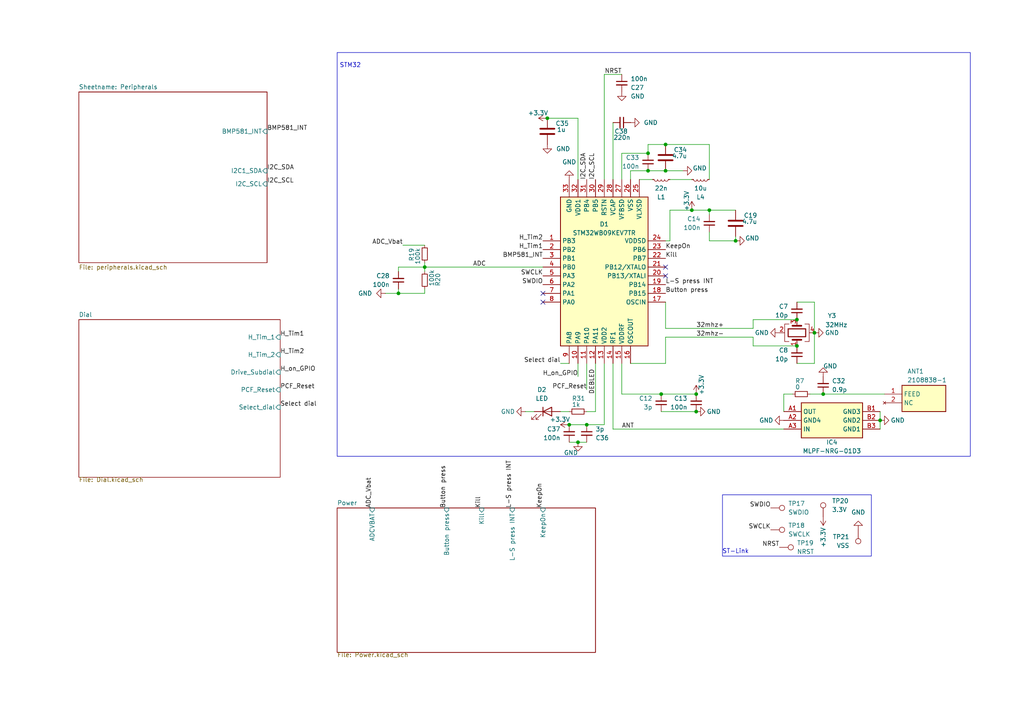
<source format=kicad_sch>
(kicad_sch (version 20250114) (generator "eeschema") (generator_version "9.0")
  (paper "A4")
  (lib_symbols
    (symbol "Connector:TestPoint" (pin_numbers (hide yes)) (pin_names (offset 0.762) (hide yes))
      (property "Reference" "TP" (at 0 6.858 0))
      (property "Value" "TestPoint" (at 0 5.08 0))
      (symbol "TestPoint_0_1"
        (circle (center 0 3.302) (radius 0.762))
      )
      (symbol "TestPoint_1_1"
        (pin passive line (at 0 0 90) (length 2.54) (name "1") (number "1"))
      )
    )
    (symbol "Device:C" (pin_numbers (hide yes)) (pin_names (offset 0.254))
      (property "Reference" "C" (at 0.635 2.54 0))
      (property "Value" "C" (at 0.635 -2.54 0))
      (symbol "C_0_1"
        (polyline (pts (xy -2.032 0.762) (xy 2.032 0.762)) (stroke (width 0.508)))
        (polyline (pts (xy -2.032 -0.762) (xy 2.032 -0.762)) (stroke (width 0.508)))
      )
      (symbol "C_1_1"
        (pin passive line (at 0 3.81 270) (length 2.794) (name "~") (number "1"))
        (pin passive line (at 0 -3.81 90) (length 2.794) (name "~") (number "2"))
      )
    )
    (symbol "Device:C_Small" (pin_numbers (hide yes)) (pin_names (offset 0.254) (hide yes))
      (property "Reference" "C" (at 0.254 1.778 0))
      (property "Value" "C_Small" (at 0.254 -2.032 0))
      (symbol "C_Small_0_1"
        (polyline (pts (xy -1.524 0.508) (xy 1.524 0.508)) (stroke (width 0.3048)))
        (polyline (pts (xy -1.524 -0.508) (xy 1.524 -0.508)) (stroke (width 0.3302)))
      )
      (symbol "C_Small_1_1"
        (pin passive line (at 0 2.54 270) (length 2.032) (name "~") (number "1"))
        (pin passive line (at 0 -2.54 90) (length 2.032) (name "~") (number "2"))
      )
    )
    (symbol "Device:Crystal_GND24" (pin_names (offset 1.016) (hide yes))
      (property "Reference" "Y" (at 3.175 5.08 0))
      (property "Value" "Crystal_GND24" (at 3.175 3.175 0))
      (symbol "Crystal_GND24_0_1"
        (polyline (pts (xy -2.54 2.286) (xy -2.54 3.556) (xy 2.54 3.556) (xy 2.54 2.286)))
        (polyline (pts (xy -2.54 0) (xy -2.032 0)))
        (polyline (pts (xy -2.54 -2.286) (xy -2.54 -3.556) (xy 2.54 -3.556) (xy 2.54 -2.286)))
        (polyline (pts (xy -2.032 -1.27) (xy -2.032 1.27)) (stroke (width 0.508)))
        (rectangle (start -1.143 2.54) (end 1.143 -2.54) (stroke (width 0.3048)))
        (polyline (pts (xy 0 3.556) (xy 0 3.81)))
        (polyline (pts (xy 0 -3.81) (xy 0 -3.556)))
        (polyline (pts (xy 2.032 0) (xy 2.54 0)))
        (polyline (pts (xy 2.032 -1.27) (xy 2.032 1.27)) (stroke (width 0.508)))
      )
      (symbol "Crystal_GND24_1_1"
        (pin passive line (at -3.81 0 0) (length 1.27) (name "1") (number "1"))
        (pin passive line (at 0 5.08 270) (length 1.27) (name "2") (number "2"))
        (pin passive line (at 0 -5.08 90) (length 1.27) (name "4") (number "4"))
        (pin passive line (at 3.81 0 180) (length 1.27) (name "3") (number "3"))
      )
    )
    (symbol "Device:LED" (pin_numbers (hide yes)) (pin_names (offset 1.016) (hide yes))
      (property "Reference" "D" (at 0 2.54 0))
      (property "Value" "LED" (at 0 -2.54 0))
      (symbol "LED_0_1"
        (polyline (pts (xy -3.048 -0.762) (xy -4.572 -2.286) (xy -3.81 -2.286) (xy -4.572 -2.286) (xy -4.572 -1.524)))
        (polyline (pts (xy -1.778 -0.762) (xy -3.302 -2.286) (xy -2.54 -2.286) (xy -3.302 -2.286) (xy -3.302 -1.524)))
        (polyline (pts (xy -1.27 0) (xy 1.27 0)))
        (polyline (pts (xy -1.27 -1.27) (xy -1.27 1.27)) (stroke (width 0.254)))
        (polyline (pts (xy 1.27 -1.27) (xy 1.27 1.27) (xy -1.27 0) (xy 1.27 -1.27)) (stroke (width 0.254)))
      )
      (symbol "LED_1_1"
        (pin passive line (at -3.81 0 0) (length 2.54) (name "K") (number "1"))
        (pin passive line (at 3.81 0 180) (length 2.54) (name "A") (number "2"))
      )
    )
    (symbol "Device:L_Small" (pin_numbers (hide yes)) (pin_names (offset 0.254) (hide yes))
      (property "Reference" "L" (at 0.762 1.016 0))
      (property "Value" "L_Small" (at 0.762 -1.016 0))
      (symbol "L_Small_0_1"
        (arc (start 0 2.032) (mid 0.5058 1.524) (end 0 1.016))
        (arc (start 0 1.016) (mid 0.5058 0.508) (end 0 0))
        (arc (start 0 0) (mid 0.5058 -0.508) (end 0 -1.016))
        (arc (start 0 -1.016) (mid 0.5058 -1.524) (end 0 -2.032))
      )
      (symbol "L_Small_1_1"
        (pin passive line (at 0 2.54 270) (length 0.508) (name "~") (number "1"))
        (pin passive line (at 0 -2.54 90) (length 0.508) (name "~") (number "2"))
      )
    )
    (symbol "Device:R_Small" (pin_numbers (hide yes)) (pin_names (offset 0.254) (hide yes))
      (property "Reference" "R" (at 0.762 0.508 0))
      (property "Value" "R_Small" (at 0.762 -1.016 0))
      (symbol "R_Small_0_1"
        (rectangle (start -0.762 1.778) (end 0.762 -1.778) (stroke (width 0.2032)))
      )
      (symbol "R_Small_1_1"
        (pin passive line (at 0 2.54 270) (length 0.762) (name "~") (number "1"))
        (pin passive line (at 0 -2.54 90) (length 0.762) (name "~") (number "2"))
      )
    )
    (symbol "SamacSys_Parts:2108838-1"
      (property "Reference" "ANT" (at 19.05 7.62 0))
      (property "Value" "2108838-1" (at 19.05 5.08 0))
      (symbol "2108838-1_1_1"
        (rectangle (start 5.08 2.54) (end 17.78 -5.08) (stroke (width 0.254)) (fill (type background)))
        (pin input line (at 0 0 0) (length 5.08) (name "FEED") (number "1"))
        (pin no_connect line (at 0 -2.54 0) (length 5.08) (name "NC") (number "2"))
      )
    )
    (symbol "SamacSys_Parts:MLPF-NRG-01D3"
      (property "Reference" "IC" (at 24.13 7.62 0))
      (property "Value" "MLPF-NRG-01D3" (at 24.13 5.08 0))
      (symbol "MLPF-NRG-01D3_1_1"
        (rectangle (start 5.08 2.54) (end 22.86 -7.62) (stroke (width 0.254)) (fill (type background)))
        (pin passive line (at 0 0 0) (length 5.08) (name "OUT") (number "A1"))
        (pin passive line (at 0 -2.54 0) (length 5.08) (name "GND4") (number "A2"))
        (pin passive line (at 0 -5.08 0) (length 5.08) (name "IN") (number "A3"))
        (pin passive line (at 27.94 0 180) (length 5.08) (name "GND3") (number "B1"))
        (pin passive line (at 27.94 -2.54 180) (length 5.08) (name "GND2") (number "B2"))
        (pin passive line (at 27.94 -5.08 180) (length 5.08) (name "GND1") (number "B3"))
      )
    )
    (symbol "SamacSys_Parts:STM32WB09KEV7TR"
      (property "Reference" "D" (at 31.75 17.78 0))
      (property "Value" "STM32WB09KEV7TR" (at 31.75 15.24 0))
      (symbol "STM32WB09KEV7TR_1_1"
        (rectangle (start 5.08 12.7) (end 30.48 -30.48) (stroke (width 0.254)) (fill (type background)))
        (pin passive line (at 0 0 0) (length 5.08) (name "PB3") (number "1"))
        (pin passive line (at 0 -2.54 0) (length 5.08) (name "PB2") (number "2"))
        (pin passive line (at 0 -5.08 0) (length 5.08) (name "PB1") (number "3"))
        (pin passive line (at 0 -7.62 0) (length 5.08) (name "PB0") (number "4"))
        (pin passive line (at 0 -10.16 0) (length 5.08) (name "PA3") (number "5"))
        (pin passive line (at 0 -12.7 0) (length 5.08) (name "PA2") (number "6"))
        (pin passive line (at 0 -15.24 0) (length 5.08) (name "PA1") (number "7"))
        (pin passive line (at 0 -17.78 0) (length 5.08) (name "PA0") (number "8"))
        (pin passive line (at 7.62 17.78 270) (length 5.08) (name "GND") (number "33"))
        (pin passive line (at 7.62 -35.56 90) (length 5.08) (name "PA8") (number "9"))
        (pin passive line (at 10.16 17.78 270) (length 5.08) (name "VDD1") (number "32"))
        (pin passive line (at 10.16 -35.56 90) (length 5.08) (name "PA9") (number "10"))
        (pin passive line (at 12.7 17.78 270) (length 5.08) (name "PB4") (number "31"))
        (pin passive line (at 12.7 -35.56 90) (length 5.08) (name "PA10") (number "11"))
        (pin passive line (at 15.24 17.78 270) (length 5.08) (name "PB5") (number "30"))
        (pin passive line (at 15.24 -35.56 90) (length 5.08) (name "PA11") (number "12"))
        (pin passive line (at 17.78 17.78 270) (length 5.08) (name "RSTN") (number "29"))
        (pin passive line (at 17.78 -35.56 90) (length 5.08) (name "VDD2") (number "13"))
        (pin passive line (at 20.32 17.78 270) (length 5.08) (name "VCAP") (number "28"))
        (pin passive line (at 20.32 -35.56 90) (length 5.08) (name "RF1") (number "14"))
        (pin passive line (at 22.86 17.78 270) (length 5.08) (name "VFBSD") (number "27"))
        (pin passive line (at 22.86 -35.56 90) (length 5.08) (name "VDDRF") (number "15"))
        (pin passive line (at 25.4 17.78 270) (length 5.08) (name "VSS") (number "26"))
        (pin passive line (at 25.4 -35.56 90) (length 5.08) (name "OSCOUT") (number "16"))
        (pin passive line (at 27.94 17.78 270) (length 5.08) (name "VLXSD") (number "25"))
        (pin passive line (at 35.56 0 180) (length 5.08) (name "VDDSD") (number "24"))
        (pin passive line (at 35.56 -2.54 180) (length 5.08) (name "PB6") (number "23"))
        (pin passive line (at 35.56 -5.08 180) (length 5.08) (name "PB7") (number "22"))
        (pin passive line (at 35.56 -7.62 180) (length 5.08) (name "PB12/XTALO") (number "21"))
        (pin passive line (at 35.56 -10.16 180) (length 5.08) (name "PB13/XTALI") (number "20"))
        (pin passive line (at 35.56 -12.7 180) (length 5.08) (name "PB14") (number "19"))
        (pin passive line (at 35.56 -15.24 180) (length 5.08) (name "PB15") (number "18"))
        (pin passive line (at 35.56 -17.78 180) (length 5.08) (name "OSCIN") (number "17"))
      )
    )
    (symbol "power:+3.3V" (power) (pin_numbers (hide yes)) (pin_names (offset 0) (hide yes))
      (property "Value" "+3.3V" (at 0 3.556 0))
      (symbol "+3.3V_0_1"
        (polyline (pts (xy -0.762 1.27) (xy 0 2.54)))
        (polyline (pts (xy 0 2.54) (xy 0.762 1.27)))
        (polyline (pts (xy 0 0) (xy 0 2.54)))
      )
      (symbol "+3.3V_1_1"
        (pin power_in line (at 0 0 90) (length 0) (name "~") (number "1"))
      )
    )
    (symbol "power:GND" (power) (pin_numbers (hide yes)) (pin_names (offset 0) (hide yes))
      (property "Value" "GND" (at 0 -3.81 0))
      (symbol "GND_0_1"
        (polyline (pts (xy 0 0) (xy 0 -1.27) (xy 1.27 -1.27) (xy 0 -2.54) (xy -1.27 -1.27) (xy 0 -1.27)))
      )
      (symbol "GND_1_1"
        (pin power_in line (at 0 0 270) (length 0) (name "~") (number "1"))
      )
    )
  )
  (rectangle (start 209.55 143.51) (end 252.73 161.29))
  (rectangle (start 97.79 15.2399) (end 281.432 132.334))
  (text "ST-Link" (at 213.36 160.02 0) (effects (font (size 1.27 1.27))))
  (text "STM32" (at 101.6 19.05 0) (effects (font (size 1.27 1.27))))
  (junction (at 158.75 34.29))
  (junction (at 165.1 123.19))
  (junction (at 193.04 49.53))
  (junction (at 201.93 114.3))
  (junction (at 231.14 100.33))
  (junction (at 123.19 77.47))
  (junction (at 236.22 96.52))
  (junction (at 187.96 49.53))
  (junction (at 238.76 114.3))
  (junction (at 255.27 121.92))
  (junction (at 231.14 92.71))
  (junction (at 187.96 44.45))
  (junction (at 115.57 85.09))
  (junction (at 193.04 41.91))
  (junction (at 213.36 69.85))
  (junction (at 205.74 60.96))
  (junction (at 191.77 114.3))
  (junction (at 200.66 60.96))
  (junction (at 167.64 128.27))
  (junction (at 170.18 123.19))
  (junction (at 201.93 119.38))
  (no_connect (at 157.48 87.63))
  (no_connect (at 193.04 80.01))
  (no_connect (at 193.04 77.47))
  (no_connect (at 157.48 85.09))
  (wire (pts (xy 194.31 60.96) (xy 200.66 60.96)))
  (wire (pts (xy 115.57 78.74) (xy 115.57 77.47)))
  (wire (pts (xy 123.19 71.12) (xy 116.84 71.12)))
  (wire (pts (xy 123.19 77.47) (xy 123.19 78.74)))
  (wire (pts (xy 180.34 105.41) (xy 180.34 114.3)))
  (wire (pts (xy 177.8 124.46) (xy 227.33 124.46)))
  (wire (pts (xy 236.22 105.41) (xy 236.22 96.52)))
  (wire (pts (xy 236.22 87.63) (xy 236.22 96.52)))
  (wire (pts (xy 218.44 95.25) (xy 218.44 92.71)))
  (wire (pts (xy 218.44 92.71) (xy 231.14 92.71)))
  (wire (pts (xy 187.96 49.53) (xy 182.88 49.53)))
  (wire (pts (xy 170.18 123.19) (xy 175.26 123.19)))
  (wire (pts (xy 189.23 52.07) (xy 185.42 52.07)))
  (wire (pts (xy 180.34 114.3) (xy 191.77 114.3)))
  (wire (pts (xy 172.72 119.38) (xy 170.18 119.38)))
  (wire (pts (xy 123.19 76.2) (xy 123.19 77.47)))
  (wire (pts (xy 123.19 85.09) (xy 115.57 85.09)))
  (wire (pts (xy 182.88 49.53) (xy 182.88 52.07)))
  (wire (pts (xy 227.33 114.3) (xy 229.87 114.3)))
  (wire (pts (xy 187.96 44.45) (xy 180.34 44.45)))
  (wire (pts (xy 205.74 60.96) (xy 213.36 60.96)))
  (wire (pts (xy 158.75 34.29) (xy 167.64 34.29)))
  (wire (pts (xy 152.4 119.38) (xy 154.94 119.38)))
  (wire (pts (xy 115.57 85.09) (xy 111.76 85.09)))
  (wire (pts (xy 191.77 114.3) (xy 201.93 114.3)))
  (wire (pts (xy 193.04 41.91) (xy 205.74 41.91)))
  (wire (pts (xy 193.04 69.85) (xy 194.31 69.85)))
  (wire (pts (xy 193.04 105.41) (xy 182.88 105.41)))
  (wire (pts (xy 205.74 60.96) (xy 200.66 60.96)))
  (wire (pts (xy 193.04 95.25) (xy 193.04 87.63)))
  (wire (pts (xy 194.31 52.07) (xy 200.66 52.07)))
  (wire (pts (xy 170.18 113.03) (xy 170.18 105.41)))
  (wire (pts (xy 165.1 123.19) (xy 170.18 123.19)))
  (wire (pts (xy 177.8 124.46) (xy 177.8 105.41)))
  (wire (pts (xy 180.34 44.45) (xy 180.34 52.07)))
  (wire (pts (xy 193.04 97.79) (xy 193.04 105.41)))
  (wire (pts (xy 187.96 41.91) (xy 193.04 41.91)))
  (wire (pts (xy 194.31 69.85) (xy 194.31 60.96)))
  (wire (pts (xy 205.74 62.23) (xy 205.74 60.96)))
  (wire (pts (xy 234.95 114.3) (xy 238.76 114.3)))
  (wire (pts (xy 115.57 83.82) (xy 115.57 85.09)))
  (wire (pts (xy 123.19 83.82) (xy 123.19 85.09)))
  (wire (pts (xy 227.33 119.38) (xy 227.33 114.3)))
  (wire (pts (xy 167.64 34.29) (xy 167.64 52.07)))
  (wire (pts (xy 193.04 49.53) (xy 198.12 49.53)))
  (wire (pts (xy 115.57 77.47) (xy 123.19 77.47)))
  (wire (pts (xy 255.27 121.92) (xy 255.27 124.46)))
  (wire (pts (xy 218.44 100.33) (xy 231.14 100.33)))
  (wire (pts (xy 205.74 41.91) (xy 205.74 52.07)))
  (wire (pts (xy 167.64 109.22) (xy 167.64 105.41)))
  (wire (pts (xy 172.72 105.41) (xy 172.72 119.38)))
  (wire (pts (xy 177.8 35.56) (xy 177.8 52.07)))
  (wire (pts (xy 213.36 68.58) (xy 213.36 69.85)))
  (wire (pts (xy 255.27 119.38) (xy 255.27 121.92)))
  (wire (pts (xy 187.96 49.53) (xy 193.04 49.53)))
  (wire (pts (xy 231.14 87.63) (xy 236.22 87.63)))
  (wire (pts (xy 218.44 97.79) (xy 218.44 100.33)))
  (wire (pts (xy 165.1 119.38) (xy 162.56 119.38)))
  (wire (pts (xy 231.14 105.41) (xy 236.22 105.41)))
  (wire (pts (xy 213.36 69.85) (xy 205.74 69.85)))
  (wire (pts (xy 167.64 128.27) (xy 170.18 128.27)))
  (wire (pts (xy 218.44 95.25) (xy 193.04 95.25)))
  (wire (pts (xy 187.96 41.91) (xy 187.96 44.45)))
  (wire (pts (xy 175.26 21.59) (xy 175.26 52.07)))
  (wire (pts (xy 191.77 119.38) (xy 201.93 119.38)))
  (wire (pts (xy 162.56 105.41) (xy 165.1 105.41)))
  (wire (pts (xy 175.26 21.59) (xy 180.34 21.59)))
  (wire (pts (xy 238.76 114.3) (xy 256.54 114.3)))
  (wire (pts (xy 123.19 77.47) (xy 157.48 77.47)))
  (wire (pts (xy 218.44 97.79) (xy 193.04 97.79)))
  (wire (pts (xy 175.26 123.19) (xy 175.26 105.41)))
  (wire (pts (xy 205.74 69.85) (xy 205.74 67.31)))
  (wire (pts (xy 165.1 128.27) (xy 167.64 128.27)))
  (label "H_on_GPIO" (at 81.28 107.95 0))
  (label "KeepOn" (at 193.04 72.39 0))
  (label "32mhz+" (at 201.93 95.25 0))
  (label "Kill" (at 139.7 147.32 90))
  (label "Select dial" (at 81.28 118.11 0))
  (label "H_Tim2" (at 157.48 69.85 180))
  (label "H_Tim1" (at 157.48 72.39 180))
  (label "I2C_SCL" (at 172.72 52.07 90))
  (label "SWCLK" (at 157.48 80.01 180))
  (label "PCF_Reset" (at 81.28 113.03 0))
  (label "H_Tim2" (at 81.28 102.87 0))
  (label "I2C_SCL" (at 77.47 53.34 0))
  (label "32mhz-" (at 201.93 97.79 0))
  (label "H_Tim1" (at 81.28 97.79 0))
  (label "SWDIO" (at 223.52 147.32 180))
  (label "NRST" (at 226.06 158.75 180))
  (label "I2C_SDA" (at 170.18 52.07 90))
  (label "I2C_SDA" (at 77.47 49.53 0))
  (label "ADC_Vbat" (at 107.95 147.32 90))
  (label "PCF_Reset" (at 170.18 113.03 180))
  (label "ADC" (at 137.16 77.47 0))
  (label "Select dial" (at 162.56 105.41 180))
  (label "Button press" (at 193.04 85.09 0))
  (label "Button press" (at 129.54 147.32 90))
  (label "BMP581_INT" (at 157.48 74.93 180))
  (label "KeepOn" (at 157.48 147.32 90))
  (label "L-S press INT" (at 193.04 82.55 0))
  (label "DEBLED" (at 172.72 114.3 90))
  (label "Kill" (at 193.04 74.93 0))
  (label "NRST" (at 180.34 21.59 180))
  (label "ADC_Vbat" (at 116.84 71.12 180))
  (label "ANT" (at 180.34 124.46 0))
  (label "L-S press INT" (at 148.59 147.32 90))
  (label "H_on_GPIO" (at 167.64 109.22 180))
  (label "BMP581_INT" (at 77.47 38.1 0))
  (label "SWCLK" (at 223.52 153.67 180))
  (label "SWDIO" (at 157.48 82.55 180))
  (symbol (lib_id "SamacSys_Parts:STM32WB09KEV7TR") (at 157.48 69.85 0) (unit 1)
    (property "Reference" "D1" (at 175.26 65.024 0))
    (property "Value" "STM32WB09KEV7TR" (at 175.26 67.564 0))
    (property "Footprint" "SamacSys_Parts:QFN50P500X500X100-33N-D" (effects (hide yes)))
    (property "Datasheet" "https://www.st.com/resource/en/datasheet/stm32wb09ke.pdf" (effects (hide yes)))
    (property "Description" "Ultra-low-power, Arm Cortex-M0+ MCU 64 MHz with 512 Kbytes of Flash memory,  Bluetooth LE 5.3" (effects (hide yes)))
    (property "Height" "1" (effects (hide yes)))
    (property "Manufacturer_Name" "STMicroelectronics" (effects (hide yes)))
    (property "Manufacturer_Part_Number" "STM32WB09KEV7TR" (effects (hide yes)))
    (property "Mouser Part Number" "511-STM32WB09KEV7TR" (effects (hide yes)))
    (property "Mouser Price/Stock" "https://www.mouser.co.uk/ProductDetail/STMicroelectronics/STM32WB09KEV7TR?qs=i8QVZAFTkqSxHGNSzZi3UA%3D%3D" (effects (hide yes)))
    (property "Arrow Part Number" "STM32WB09KEV7TR" (effects (hide yes)))
    (property "Arrow Price/Stock" "https://www.arrow.com/en/products/stm32wb09kev7tr/stmicroelectronics?utm_currency=USD&region=nac" (effects (hide yes)))
  )
  (symbol (lib_id "power:GND") (at 182.88 35.56 90) (mirror x) (unit 1)
    (property "Reference" "#PWR066" (effects (hide yes)))
    (property "Value" "GND" (at 186.69 35.5599 90) (effects (justify right)))
    (property "Description" "Power symbol creates a global label with name \"GND\" , ground" (effects (hide yes)))
  )
  (symbol (lib_id "power:+3.3V") (at 165.1 123.19 90) (unit 1)
    (property "Reference" "#PWR069" (effects (hide yes)))
    (property "Value" "+3.3V" (at 165.354 121.666 90) (effects (justify left)))
    (property "Description" "Power symbol creates a global label with name \"+3.3V\"" (effects (hide yes)))
  )
  (symbol (lib_id "power:GND") (at 180.34 26.67 0) (mirror y) (unit 1)
    (property "Reference" "#PWR018" (effects (hide yes)))
    (property "Value" "GND" (at 182.88 27.9399 0) (effects (justify right)))
    (property "Description" "Power symbol creates a global label with name \"GND\" , ground" (effects (hide yes)))
  )
  (symbol (lib_id "Device:C_Small") (at 238.76 111.76 180) (unit 1)
    (property "Reference" "C32" (at 241.3 110.4835 0) (effects (justify right)))
    (property "Value" "0.9p" (at 241.3 113.0235 0) (effects (justify right)))
    (property "Footprint" "Capacitor_SMD:C_0201_0603Metric" (effects (hide yes)))
    (property "Description" "Unpolarized capacitor, small symbol" (effects (hide yes)))
  )
  (symbol (lib_id "Connector:TestPoint") (at 226.06 158.75 270) (unit 1)
    (property "Reference" "TP19" (at 231.14 157.4799 90) (effects (justify left)))
    (property "Value" "NRST" (at 231.14 160.0199 90) (effects (justify left)))
    (property "Footprint" "SamacSys_Parts:Pogo pin 1x1" (effects (hide yes)))
    (property "Description" "test point" (effects (hide yes)))
  )
  (symbol (lib_id "Device:C_Small") (at 231.14 102.87 0) (mirror x) (unit 1)
    (property "Reference" "C8" (at 228.6 101.5935 0) (effects (justify right)))
    (property "Value" "10p" (at 228.6 104.1335 0) (effects (justify right)))
    (property "Footprint" "Capacitor_SMD:C_0201_0603Metric" (effects (hide yes)))
    (property "Description" "Unpolarized capacitor, small symbol" (effects (hide yes)))
  )
  (symbol (lib_id "Connector:TestPoint") (at 223.52 147.32 270) (unit 1)
    (property "Reference" "TP17" (at 228.6 146.0499 90) (effects (justify left)))
    (property "Value" "SWDIO" (at 228.6 148.5899 90) (effects (justify left)))
    (property "Footprint" "SamacSys_Parts:Pogo pin 1x1" (effects (hide yes)))
    (property "Description" "test point" (effects (hide yes)))
  )
  (symbol (lib_id "SamacSys_Parts:MLPF-NRG-01D3") (at 227.33 119.38 0) (unit 1)
    (property "Reference" "IC4" (at 241.3 128.27 0))
    (property "Value" "MLPF-NRG-01D3" (at 241.3 130.81 0))
    (property "Footprint" "SamacSys_Parts:CSPG_2025" (effects (hide yes)))
    (property "Datasheet" "https://www.st.com/resource/en/datasheet/mlpf-nrg-01d3.pdf" (effects (hide yes)))
    (property "Description" "2.4 GHz Low Pass Filter matched to BLUENRG-LP-LPS (BLUENRG-3x5Vx, BLUENRG-3x5Ax, BLUENRG-332xx) in QFN & CSP packages" (effects (hide yes)))
    (property "Manufacturer_Name" "STMicroelectronics" (effects (hide yes)))
    (property "Manufacturer_Part_Number" "MLPF-NRG-01D3" (effects (hide yes)))
    (property "Mouser Part Number" "511-MLPF-NRG-01D3" (effects (hide yes)))
    (property "Mouser Price/Stock" "https://www.mouser.co.uk/ProductDetail/STMicroelectronics/MLPF-NRG-01D3?qs=T%252BzbugeAwjikYnc6oXMBiQ%3D%3D" (effects (hide yes)))
    (property "Arrow Part Number" "MLPF-NRG-01D3" (effects (hide yes)))
    (property "Arrow Price/Stock" "https://www.arrow.com/en/products/mlpf-nrg-01d3/stmicroelectronics?utm_currency=USD&region=europe" (effects (hide yes)))
  )
  (symbol (lib_id "Device:C_Small") (at 191.77 116.84 0) (mirror x) (unit 1)
    (property "Reference" "C12" (at 189.23 115.5635 0) (effects (justify right)))
    (property "Value" "3p" (at 189.23 118.1035 0) (effects (justify right)))
    (property "Footprint" "Capacitor_SMD:C_0201_0603Metric" (effects (hide yes)))
    (property "Description" "Unpolarized capacitor, small symbol" (effects (hide yes)))
  )
  (symbol (lib_id "power:GND") (at 236.22 96.52 90) (unit 1)
    (property "Reference" "#PWR054" (effects (hide yes)))
    (property "Value" "GND" (at 239.268 96.52 90) (effects (justify right)))
    (property "Description" "Power symbol creates a global label with name \"GND\" , ground" (effects (hide yes)))
  )
  (symbol (lib_id "Device:R_Small") (at 232.41 114.3 90) (mirror x) (unit 1)
    (property "Reference" "R7" (at 230.632 110.49 90) (effects (justify right)))
    (property "Value" "0" (at 230.632 112.268 90) (effects (justify right)))
    (property "Footprint" "Resistor_SMD:R_0201_0603Metric" (effects (hide yes)))
    (property "Description" "Resistor, small symbol" (effects (hide yes)))
  )
  (symbol (lib_id "Device:C_Small") (at 165.1 125.73 0) (mirror x) (unit 1)
    (property "Reference" "C37" (at 162.56 124.4535 0) (effects (justify right)))
    (property "Value" "100n" (at 162.56 126.9935 0) (effects (justify right)))
    (property "Footprint" "Capacitor_SMD:C_0201_0603Metric" (effects (hide yes)))
    (property "Description" "Unpolarized capacitor, small symbol" (effects (hide yes)))
  )
  (symbol (lib_id "power:GND") (at 227.33 121.92 270) (unit 1)
    (property "Reference" "#PWR057" (effects (hide yes)))
    (property "Value" "GND" (at 224.282 121.92 90) (effects (justify right)))
    (property "Description" "Power symbol creates a global label with name \"GND\" , ground" (effects (hide yes)))
  )
  (symbol (lib_id "power:+3.3V") (at 238.76 149.86 180) (unit 1)
    (property "Reference" "#PWR047" (effects (hide yes)))
    (property "Value" "+3.3V" (at 238.76 152.908 90) (effects (justify left)))
    (property "Description" "Power symbol creates a global label with name \"+3.3V\"" (effects (hide yes)))
  )
  (symbol (lib_id "Device:Crystal_GND24") (at 231.14 96.52 90) (unit 1)
    (property "Reference" "Y3" (at 241.3 91.5668 90))
    (property "Value" "32MHz" (at 242.57 94.234 90))
    (property "Footprint" "SamacSys_Parts:LFXTAL069526" (effects (hide yes)))
    (property "Datasheet" "https://www.we-online.com/components/products/datasheet/830069526.pdf" (effects (hide yes)))
    (property "Description" "Four pin crystal, GND on pins 2 and 4" (effects (hide yes)))
  )
  (symbol (lib_id "power:GND") (at 111.76 85.09 270) (unit 1)
    (property "Reference" "#PWR011" (effects (hide yes)))
    (property "Value" "GND" (at 107.95 85.0899 90) (effects (justify right)))
    (property "Description" "Power symbol creates a global label with name \"GND\" , ground" (effects (hide yes)))
  )
  (symbol (lib_id "Device:C_Small") (at 170.18 125.73 0) (mirror y) (unit 1)
    (property "Reference" "C36" (at 172.72 127.0065 0) (effects (justify right)))
    (property "Value" "3p" (at 172.72 124.4665 0) (effects (justify right)))
    (property "Footprint" "Capacitor_SMD:C_0201_0603Metric" (effects (hide yes)))
    (property "Description" "Unpolarized capacitor, small symbol" (effects (hide yes)))
  )
  (symbol (lib_id "Device:C_Small") (at 180.34 35.56 270) (mirror x) (unit 1)
    (property "Reference" "C38" (at 182.118 38.1 90) (effects (justify right)))
    (property "Value" "220n" (at 182.88 39.878 90) (effects (justify right)))
    (property "Footprint" "Capacitor_SMD:C_0201_0603Metric" (effects (hide yes)))
    (property "Description" "Unpolarized capacitor, small symbol" (effects (hide yes)))
  )
  (symbol (lib_id "power:+3.3V") (at 200.66 60.96 0) (mirror y) (unit 1)
    (property "Reference" "#PWR062" (effects (hide yes)))
    (property "Value" "+3.3V" (at 199.136 61.214 90) (effects (justify left)))
    (property "Description" "Power symbol creates a global label with name \"+3.3V\"" (effects (hide yes)))
  )
  (symbol (lib_id "Device:C_Small") (at 231.14 90.17 0) (mirror x) (unit 1)
    (property "Reference" "C7" (at 228.6 88.8935 0) (effects (justify right)))
    (property "Value" "10p" (at 228.6 91.4335 0) (effects (justify right)))
    (property "Footprint" "Capacitor_SMD:C_0201_0603Metric" (effects (hide yes)))
    (property "Description" "Unpolarized capacitor, small symbol" (effects (hide yes)))
  )
  (symbol (lib_id "SamacSys_Parts:2108838-1") (at 256.54 114.3 0) (unit 1)
    (property "Reference" "ANT1" (at 263.144 107.696 0) (effects (justify left)))
    (property "Value" "2108838-1" (at 263.144 110.236 0) (effects (justify left)))
    (property "Footprint" "ANTC3216X140N" (effects (hide yes)))
    (property "Datasheet" "https://www.te.com/commerce/DocumentDelivery/DDEController?Action=srchrtrv&DocNm=2108838&DocType=Data%20Sheet&DocLang=English&PartCntxt=2108838-1&DocFormat=pdf" (effects (hide yes)))
    (property "Description" "Body Features: Product Weight .02 G | Product Weight .00071 OZ | Configuration Features: Band Type Single Band | Port Configuration Single Port | Antenna Type Chip | Mounting Location Internal/Embedded | Dimensions: Product Height .048 INCH | Product Height 1.2 MM | Product Length .126 INCH | Product Length 3.2 MM | Product Width 1.6 MM | Product Width .063 INCH | Electrical Characteristics: VSWR (Max) < 2.0:1 | Impedance 50 OHM | Antenna Operation Passive | Industry Standards: Wireless Application Zigbee |" (effects (hide yes)))
    (property "Height" "1.4" (effects (hide yes)))
    (property "Manufacturer_Name" "TE Connectivity" (effects (hide yes)))
    (property "Manufacturer_Part_Number" "2108838-1" (effects (hide yes)))
    (property "Mouser Part Number" "571-2108838-1" (effects (hide yes)))
    (property "Mouser Price/Stock" "https://www.mouser.co.uk/ProductDetail/TE-Connectivity/2108838-1?qs=pBJMDPsKWf2GaqEOsIISlQ%3D%3D" (effects (hide yes)))
    (property "Arrow Part Number" "2108838-1" (effects (hide yes)))
    (property "Arrow Price/Stock" "https://www.arrow.com/en/products/2108838-1/te-connectivity?region=europe" (effects (hide yes)))
  )
  (symbol (lib_id "power:GND") (at 248.92 153.67 0) (mirror x) (unit 1)
    (property "Reference" "#PWR015" (effects (hide yes)))
    (property "Value" "GND" (at 248.92 148.59 0))
    (property "Description" "Power symbol creates a global label with name \"GND\" , ground" (effects (hide yes)))
  )
  (symbol (lib_id "power:GND") (at 213.36 69.85 90) (mirror x) (unit 1)
    (property "Reference" "#PWR068" (effects (hide yes)))
    (property "Value" "GND" (at 218.186 69.088 90))
    (property "Description" "Power symbol creates a global label with name \"GND\" , ground" (effects (hide yes)))
  )
  (symbol (lib_id "Device:C_Small") (at 205.74 64.77 0) (mirror x) (unit 1)
    (property "Reference" "C14" (at 203.2 63.4935 0) (effects (justify right)))
    (property "Value" "100n" (at 203.2 66.0335 0) (effects (justify right)))
    (property "Footprint" "Capacitor_SMD:C_0201_0603Metric" (effects (hide yes)))
    (property "Description" "Unpolarized capacitor, small symbol" (effects (hide yes)))
  )
  (symbol (lib_id "power:GND") (at 165.1 52.07 0) (mirror x) (unit 1)
    (property "Reference" "#PWR064" (effects (hide yes)))
    (property "Value" "GND" (at 165.1 46.99 0))
    (property "Description" "Power symbol creates a global label with name \"GND\" , ground" (effects (hide yes)))
  )
  (symbol (lib_id "Device:C") (at 193.04 45.72 0) (unit 1)
    (property "Reference" "C34" (at 197.358 43.434 0))
    (property "Value" "4.7u" (at 197.104 45.212 0))
    (property "Footprint" "Capacitor_SMD:C_0402_1005Metric" (effects (hide yes)))
    (property "Description" "Unpolarized capacitor" (effects (hide yes)))
  )
  (symbol (lib_id "Connector:TestPoint") (at 238.76 149.86 0) (unit 1)
    (property "Reference" "TP20" (at 241.3 145.2879 0) (effects (justify left)))
    (property "Value" "3.3V" (at 241.3 147.8279 0) (effects (justify left)))
    (property "Footprint" "SamacSys_Parts:Pogo pin 1x1" (effects (hide yes)))
    (property "Description" "test point" (effects (hide yes)))
  )
  (symbol (lib_id "power:GND") (at 158.75 41.91 0) (mirror y) (unit 1)
    (property "Reference" "#PWR060" (effects (hide yes)))
    (property "Value" "GND" (at 161.29 43.1799 0) (effects (justify right)))
    (property "Description" "Power symbol creates a global label with name \"GND\" , ground" (effects (hide yes)))
  )
  (symbol (lib_id "Device:R_Small") (at 123.19 73.66 0) (unit 1)
    (property "Reference" "R19" (at 119.38 71.882 90) (effects (justify right)))
    (property "Value" "100k" (at 121.158 71.882 90) (effects (justify right)))
    (property "Footprint" "Resistor_SMD:R_0201_0603Metric" (effects (hide yes)))
    (property "Description" "Resistor, small symbol" (effects (hide yes)))
  )
  (symbol (lib_id "Connector:TestPoint") (at 223.52 153.67 270) (unit 1)
    (property "Reference" "TP18" (at 228.6 152.3999 90) (effects (justify left)))
    (property "Value" "SWCLK" (at 228.6 154.9399 90) (effects (justify left)))
    (property "Footprint" "SamacSys_Parts:Pogo pin 1x1" (effects (hide yes)))
    (property "Description" "test point" (effects (hide yes)))
  )
  (symbol (lib_id "power:GND") (at 198.12 49.53 90) (mirror x) (unit 1)
    (property "Reference" "#PWR059" (effects (hide yes)))
    (property "Value" "GND" (at 202.946 48.768 90))
    (property "Description" "Power symbol creates a global label with name \"GND\" , ground" (effects (hide yes)))
  )
  (symbol (lib_id "Device:L_Small") (at 203.2 52.07 90) (mirror x) (unit 1)
    (property "Reference" "L4" (at 203.2 57.15 90))
    (property "Value" "10u" (at 203.2 54.61 90))
    (property "Footprint" "Inductor_SMD:L_0805_2012Metric" (effects (hide yes)))
    (property "Description" "Inductor, small symbol" (effects (hide yes)))
  )
  (symbol (lib_id "power:GND") (at 152.4 119.38 270) (unit 1)
    (property "Reference" "#PWR019" (effects (hide yes)))
    (property "Value" "GND" (at 149.352 119.38 90) (effects (justify right)))
    (property "Description" "Power symbol creates a global label with name \"GND\" , ground" (effects (hide yes)))
  )
  (symbol (lib_id "Device:C") (at 158.75 38.1 0) (unit 1)
    (property "Reference" "C35" (at 163.068 35.814 0))
    (property "Value" "1u" (at 162.814 37.592 0))
    (property "Footprint" "Capacitor_SMD:C_0402_1005Metric" (effects (hide yes)))
    (property "Description" "Unpolarized capacitor" (effects (hide yes)))
  )
  (symbol (lib_id "power:+3.3V") (at 201.93 114.3 0) (unit 1)
    (property "Reference" "#PWR070" (effects (hide yes)))
    (property "Value" "+3.3V" (at 203.454 114.554 90) (effects (justify left)))
    (property "Description" "Power symbol creates a global label with name \"+3.3V\"" (effects (hide yes)))
  )
  (symbol (lib_id "Device:C_Small") (at 180.34 24.13 0) (mirror y) (unit 1)
    (property "Reference" "C27" (at 182.88 25.4065 0) (effects (justify right)))
    (property "Value" "100n" (at 182.88 22.8665 0) (effects (justify right)))
    (property "Footprint" "Capacitor_SMD:C_0201_0603Metric" (effects (hide yes)))
    (property "Description" "Unpolarized capacitor, small symbol" (effects (hide yes)))
  )
  (symbol (lib_id "Device:C") (at 213.36 64.77 0) (unit 1)
    (property "Reference" "C19" (at 217.678 62.484 0))
    (property "Value" "4.7u" (at 217.424 64.262 0))
    (property "Footprint" "Capacitor_SMD:C_0402_1005Metric" (effects (hide yes)))
    (property "Description" "Unpolarized capacitor" (effects (hide yes)))
  )
  (symbol (lib_id "Device:LED") (at 158.75 119.38 0) (unit 1)
    (property "Reference" "D2" (at 157.1625 113.03 0))
    (property "Value" "LED" (at 157.1625 115.57 0))
    (property "Footprint" "LED_SMD:LED_0402_1005Metric" (effects (hide yes)))
    (property "Description" "Light emitting diode" (effects (hide yes)))
    (property "Sim.Pins" "1=K 2=A" (effects (hide yes)))
  )
  (symbol (lib_id "Device:C_Small") (at 201.93 116.84 0) (mirror x) (unit 1)
    (property "Reference" "C13" (at 199.39 115.5635 0) (effects (justify right)))
    (property "Value" "100n" (at 199.39 118.1035 0) (effects (justify right)))
    (property "Footprint" "Capacitor_SMD:C_0201_0603Metric" (effects (hide yes)))
    (property "Description" "Unpolarized capacitor, small symbol" (effects (hide yes)))
  )
  (symbol (lib_id "power:+3.3V") (at 158.75 34.29 90) (unit 1)
    (property "Reference" "#PWR063" (effects (hide yes)))
    (property "Value" "+3.3V" (at 159.004 32.766 90) (effects (justify left)))
    (property "Description" "Power symbol creates a global label with name \"+3.3V\"" (effects (hide yes)))
  )
  (symbol (lib_id "Device:L_Small") (at 191.77 52.07 90) (mirror x) (unit 1)
    (property "Reference" "L1" (at 191.77 57.15 90))
    (property "Value" "22n" (at 191.77 54.61 90))
    (property "Footprint" "Inductor_SMD:L_0402_1005Metric" (effects (hide yes)))
    (property "Description" "Inductor, small symbol" (effects (hide yes)))
  )
  (symbol (lib_id "Device:C_Small") (at 187.96 46.99 0) (mirror x) (unit 1)
    (property "Reference" "C33" (at 185.42 45.7135 0) (effects (justify right)))
    (property "Value" "100n" (at 185.42 48.2535 0) (effects (justify right)))
    (property "Footprint" "Capacitor_SMD:C_0201_0603Metric" (effects (hide yes)))
    (property "Description" "Unpolarized capacitor, small symbol" (effects (hide yes)))
  )
  (symbol (lib_id "power:GND") (at 238.76 109.22 180) (unit 1)
    (property "Reference" "#PWR058" (effects (hide yes)))
    (property "Value" "GND" (at 238.76 106.172 0) (effects (justify right)))
    (property "Description" "Power symbol creates a global label with name \"GND\" , ground" (effects (hide yes)))
  )
  (symbol (lib_id "power:GND") (at 226.06 96.52 270) (unit 1)
    (property "Reference" "#PWR053" (effects (hide yes)))
    (property "Value" "GND" (at 223.012 96.52 90) (effects (justify right)))
    (property "Description" "Power symbol creates a global label with name \"GND\" , ground" (effects (hide yes)))
  )
  (symbol (lib_id "power:GND") (at 201.93 119.38 90) (unit 1)
    (property "Reference" "#PWR055" (effects (hide yes)))
    (property "Value" "GND" (at 204.978 119.38 90) (effects (justify right)))
    (property "Description" "Power symbol creates a global label with name \"GND\" , ground" (effects (hide yes)))
  )
  (symbol (lib_id "Device:R_Small") (at 167.64 119.38 90) (mirror x) (unit 1)
    (property "Reference" "R31" (at 165.862 115.57 90) (effects (justify right)))
    (property "Value" "1k" (at 165.862 117.348 90) (effects (justify right)))
    (property "Footprint" "Resistor_SMD:R_0201_0603Metric" (effects (hide yes)))
    (property "Description" "Resistor, small symbol" (effects (hide yes)))
  )
  (symbol (lib_id "Device:C_Small") (at 115.57 81.28 0) (mirror x) (unit 1)
    (property "Reference" "C28" (at 113.03 80.0035 0) (effects (justify right)))
    (property "Value" "100n" (at 113.03 82.5435 0) (effects (justify right)))
    (property "Footprint" "Capacitor_SMD:C_0201_0603Metric" (effects (hide yes)))
    (property "Description" "Unpolarized capacitor, small symbol" (effects (hide yes)))
  )
  (symbol (lib_id "Connector:TestPoint") (at 248.92 153.67 0) (mirror x) (unit 1)
    (property "Reference" "TP21" (at 246.38 155.7019 0) (effects (justify right)))
    (property "Value" "VSS" (at 246.38 158.2419 0) (effects (justify right)))
    (property "Footprint" "SamacSys_Parts:Pogo pin 1x1" (effects (hide yes)))
    (property "Description" "test point" (effects (hide yes)))
  )
  (symbol (lib_id "Device:R_Small") (at 123.19 81.28 180) (unit 1)
    (property "Reference" "R20" (at 127 83.058 90) (effects (justify right)))
    (property "Value" "100k" (at 125.222 83.058 90) (effects (justify right)))
    (property "Footprint" "Resistor_SMD:R_0201_0603Metric" (effects (hide yes)))
    (property "Description" "Resistor, small symbol" (effects (hide yes)))
  )
  (symbol (lib_id "power:GND") (at 167.64 128.27 0) (unit 1)
    (property "Reference" "#PWR065" (effects (hide yes)))
    (property "Value" "GND" (at 167.64 131.318 0) (effects (justify right)))
    (property "Description" "Power symbol creates a global label with name \"GND\" , ground" (effects (hide yes)))
  )
  (symbol (lib_id "power:GND") (at 255.27 121.92 90) (unit 1)
    (property "Reference" "#PWR056" (effects (hide yes)))
    (property "Value" "GND" (at 258.318 121.92 90) (effects (justify right)))
    (property "Description" "Power symbol creates a global label with name \"GND\" , ground" (effects (hide yes)))
  )
  (sheet (at 97.79 147.32) (size 74.93 41.91) (stroke (width 0.1524))
    (property "Sheetname" "Power" (at 97.79 146.6084 0) (effects (justify left bottom)))
    (property "Sheetfile" "Power.kicad_sch" (at 97.79 189.1796 0) (effects (justify left top)))
    (pin "ADCVBAT" input (at 107.95 147.32 90))
    (pin "Button press" input (at 129.54 147.32 90))
    (pin "Kill" input (at 139.7 147.32 90))
    (pin "L-S press INT" input (at 148.59 147.32 90))
    (pin "KeepOn" input (at 157.48 147.32 90))
  )
  (sheet (at 22.86 26.67) (size 54.61 49.53) (stroke (width 0.1524))
    (property "Sheetname" "Peripherals" (at 22.86 25.9584 0) (show_name yes) (effects (justify left bottom)))
    (property "Sheetfile" "peripherals.kicad_sch" (at 22.86 76.7846 0) (effects (justify left top)))
    (pin "BMP581_INT" input (at 77.47 38.1 0))
    (pin "I2C1_SDA" input (at 77.47 49.53 0))
    (pin "I2C_SCL" input (at 77.47 53.34 0))
  )
  (sheet (at 22.86 92.71) (size 58.42 45.72) (stroke (width 0.1524))
    (property "Sheetname" "Dial" (at 22.86 91.9984 0) (effects (justify left bottom)))
    (property "Sheetfile" "Dial.kicad_sch" (at 22.86 138.3796 0) (effects (justify left top)))
    (pin "H_Tim_1" input (at 81.28 97.79 0))
    (pin "H_Tim_2" input (at 81.28 102.87 0))
    (pin "Drive_Subdial" input (at 81.28 107.95 0))
    (pin "PCF_Reset" input (at 81.28 113.03 0))
    (pin "Select_dial" input (at 81.28 118.11 0))
  )
)
</source>
